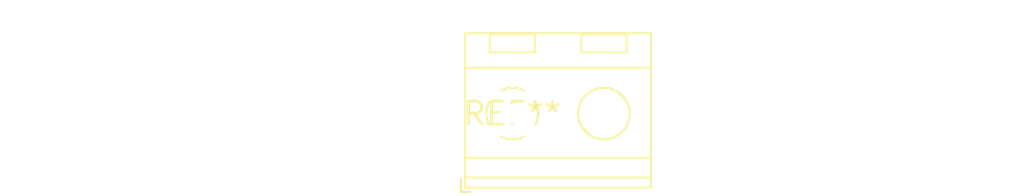
<source format=kicad_pcb>
(kicad_pcb (version 20240108) (generator pcbnew)
  (layers (0 "F.Cu" signal) (31 "B.Cu" signal) (34 "B.Paste" user) (35 "F.Paste" user) (36 "B.SilkS" user "B.Silkscreen") (37 "F.SilkS" user "F.Silkscreen") (38 "B.Mask" user) (39 "F.Mask" user) (44 "Edge.Cuts" user))
  (net 0 "")
  (footprint "TerminalBlock_RND_205-00232_1x02_P5.08mm_Horizontal" (layer "F.Cu") (at 0 0)
    (property "Reference" "REF**")
    (property "Value" "TerminalBlock_RND_205-00232_1x02_P5.08mm_Horizontal")
    (fp_line (start -2.84 3.61) (end -2.84 4.35) (layer "F.SilkS") (stroke (width 0.12)))
    (fp_line (start -2.84 4.35) (end -2.34 4.35) (layer "F.SilkS") (stroke (width 0.12)))
    (fp_line (start -2.6 -4.46) (end -2.6 4.11) (layer "F.SilkS") (stroke (width 0.12)))
    (fp_line (start -2.6 -4.46) (end 7.68 -4.46) (layer "F.SilkS") (stroke (width 0.12)))
    (fp_line (start -2.6 -2.55) (end 7.68 -2.55) (layer "F.SilkS") (stroke (width 0.12)))
    (fp_line (start -2.6 2.45) (end 7.68 2.45) (layer "F.SilkS") (stroke (width 0.12)))
    (fp_line (start -2.6 3.55) (end 7.68 3.55) (layer "F.SilkS") (stroke (width 0.12)))
    (fp_line (start -2.6 4.11) (end 7.68 4.11) (layer "F.SilkS") (stroke (width 0.12)))
    (fp_line (start -1.25 -4.4) (end -1.25 -3.4) (layer "F.SilkS") (stroke (width 0.12)))
    (fp_line (start -1.25 -4.4) (end 1.25 -4.4) (layer "F.SilkS") (stroke (width 0.12)))
    (fp_line (start -1.25 -3.4) (end 1.25 -3.4) (layer "F.SilkS") (stroke (width 0.12)))
    (fp_line (start 1.25 -4.4) (end 1.25 -3.4) (layer "F.SilkS") (stroke (width 0.12)))
    (fp_line (start 3.83 -4.4) (end 3.83 -3.4) (layer "F.SilkS") (stroke (width 0.12)))
    (fp_line (start 3.83 -4.4) (end 6.33 -4.4) (layer "F.SilkS") (stroke (width 0.12)))
    (fp_line (start 3.83 -3.4) (end 6.33 -3.4) (layer "F.SilkS") (stroke (width 0.12)))
    (fp_line (start 4.056 0.85) (end 3.996 0.91) (layer "F.SilkS") (stroke (width 0.12)))
    (fp_line (start 4.21 1.045) (end 4.17 1.085) (layer "F.SilkS") (stroke (width 0.12)))
    (fp_line (start 5.991 -1.085) (end 5.951 -1.045) (layer "F.SilkS") (stroke (width 0.12)))
    (fp_line (start 6.165 -0.91) (end 6.105 -0.851) (layer "F.SilkS") (stroke (width 0.12)))
    (fp_line (start 6.33 -4.4) (end 6.33 -3.4) (layer "F.SilkS") (stroke (width 0.12)))
    (fp_line (start 7.68 -4.46) (end 7.68 4.11) (layer "F.SilkS") (stroke (width 0.12)))
    (fp_arc (start -1.286611 0.626746) (mid -1.431146 -0.000697) (end -1.286 -0.628) (layer "F.SilkS") (stroke (width 0.12)))
    (fp_arc (start -0.627362 -1.285823) (mid -0.000201 -1.430707) (end 0.627 -1.286) (layer "F.SilkS") (stroke (width 0.12)))
    (fp_arc (start 0.02428 1.43094) (mid -0.310437 1.397071) (end -0.628 1.286) (layer "F.SilkS") (stroke (width 0.12)))
    (fp_arc (start 0.626871 1.285275) (mid 0.32168 1.393349) (end 0 1.43) (layer "F.SilkS") (stroke (width 0.12)))
    (fp_arc (start 1.285823 -0.627362) (mid 1.430707 -0.000201) (end 1.286 0.627) (layer "F.SilkS") (stroke (width 0.12)))
    (fp_circle (center 5.08 0) (end 6.51 0) (layer "F.SilkS") (stroke (width 0.12)) (fill none))
    (pad "1" thru_hole rect (at 0 0) (size 2.1 2.1) (drill 1.1) (layers *.Cu *.Mask) (remove_unused_layers))
    (pad "2" thru_hole circle (at 5.08 0) (size 2.1 2.1) (drill 1.1) (layers *.Cu *.Mask) (remove_unused_layers))
  )
)
</source>
